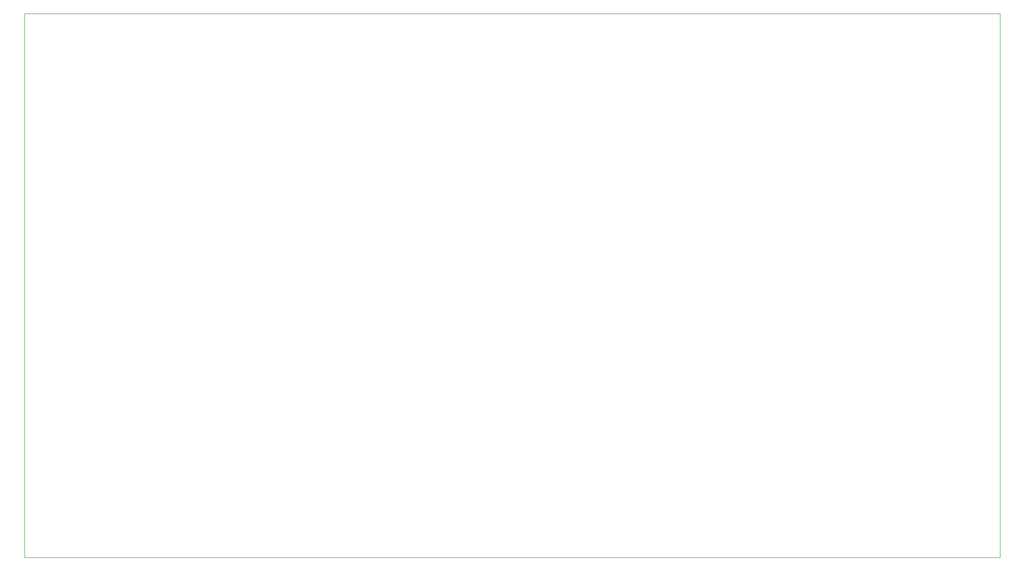
<source format=gbr>
%TF.GenerationSoftware,Altium Limited,Altium Designer,23.11.1 (41)*%
G04 Layer_Color=0*
%FSLAX45Y45*%
%MOMM*%
%TF.SameCoordinates,7081611A-E9FA-4801-99CF-350105B7A270*%
%TF.FilePolarity,Positive*%
%TF.FileFunction,Profile,NP*%
%TF.Part,Single*%
G01*
G75*
%TA.AperFunction,Profile*%
%ADD81C,0.02540*%
D81*
X-12700Y-17780D02*
X18205000D01*
X18205000Y10142220D01*
X-12700D01*
Y-17780D01*
%TF.MD5,ea2bad14eef9a2dc4b02a7d6a567283b*%
M02*

</source>
